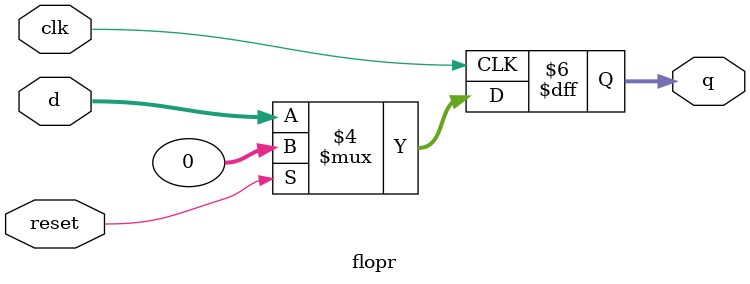
<source format=sv>
`timescale 1ns / 1ps


module flopr
(
input logic clk,reset,
input logic [31:0]d,
output logic [31:0]q
    );
initial q <= 0;
always@(posedge clk)
    if(reset)q<=0;
    else q <= d;
endmodule

</source>
